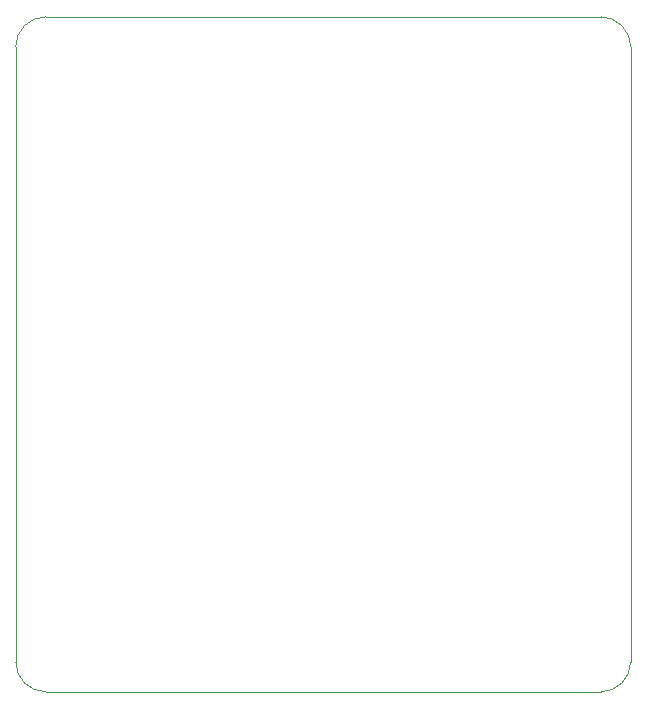
<source format=gm1>
%TF.GenerationSoftware,KiCad,Pcbnew,9.0.0*%
%TF.CreationDate,2025-05-21T23:54:08-07:00*%
%TF.ProjectId,server,73657276-6572-42e6-9b69-6361645f7063,v0.3*%
%TF.SameCoordinates,Original*%
%TF.FileFunction,Profile,NP*%
%FSLAX46Y46*%
G04 Gerber Fmt 4.6, Leading zero omitted, Abs format (unit mm)*
G04 Created by KiCad (PCBNEW 9.0.0) date 2025-05-21 23:54:08*
%MOMM*%
%LPD*%
G01*
G04 APERTURE LIST*
%TA.AperFunction,Profile*%
%ADD10C,0.050000*%
%TD*%
G04 APERTURE END LIST*
D10*
X172720000Y-127000000D02*
X125730000Y-127000000D01*
X125730000Y-127000000D02*
G75*
G02*
X123190000Y-124460000I0J2540000D01*
G01*
X123190000Y-72390000D02*
G75*
G02*
X125730000Y-69850000I2540000J0D01*
G01*
X125730000Y-69850000D02*
X172720000Y-69850000D01*
X175260000Y-72390000D02*
X175260000Y-124460000D01*
X172720000Y-69850000D02*
G75*
G02*
X175260000Y-72390000I0J-2540000D01*
G01*
X123190000Y-124460000D02*
X123190000Y-72390000D01*
X175260000Y-124460000D02*
G75*
G02*
X172720000Y-127000000I-2540000J0D01*
G01*
M02*

</source>
